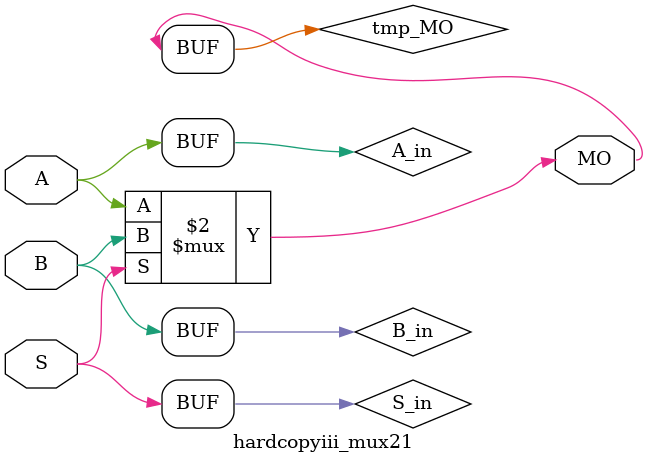
<source format=v>
module hardcopyiii_mux21 (MO, A, B, S);
   input A, B, S;
   output MO;
   wire A_in;
   wire B_in;
   wire S_in;
   buf(A_in, A);
   buf(B_in, B);
   buf(S_in, S);
   wire   tmp_MO;
   specify
      (A => MO) = (0, 0);
      (B => MO) = (0, 0);
      (S => MO) = (0, 0);
   endspecify
   assign tmp_MO = (S_in == 1) ? B_in : A_in;
   buf (MO, tmp_MO);
endmodule
</source>
